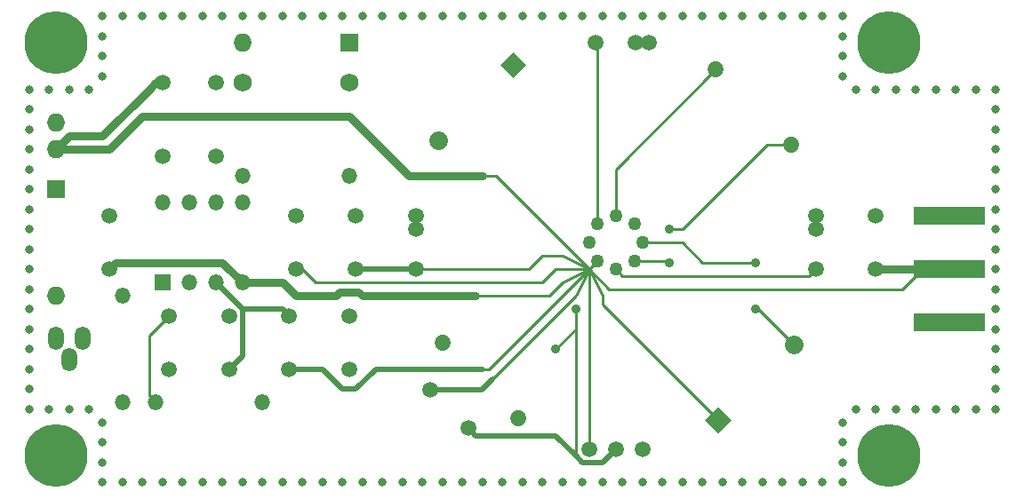
<source format=gbr>
G04 (created by PCBNEW (22-Jun-2014 BZR 4027)-stable) date Wed 13 Dec 2017 11:48:00 PM CST*
%MOIN*%
G04 Gerber Fmt 3.4, Leading zero omitted, Abs format*
%FSLAX34Y34*%
G01*
G70*
G90*
G04 APERTURE LIST*
%ADD10C,0.00590551*%
%ADD11O,0.059X0.0885*%
%ADD12O,0.059X0.059*%
%ADD13C,0.059*%
%ADD14R,0.069X0.069*%
%ADD15O,0.069X0.069*%
%ADD16C,0.069*%
%ADD17C,0.059*%
%ADD18C,0.05*%
%ADD19R,0.059X0.059*%
%ADD20R,0.269X0.069*%
%ADD21C,0.23622*%
%ADD22O,0.032X0.032*%
%ADD23C,0.069*%
%ADD24C,0.035*%
%ADD25C,0.01*%
%ADD26C,0.02*%
%ADD27C,0.03*%
G04 APERTURE END LIST*
G54D10*
G54D11*
X81500Y-55602D03*
X81000Y-56397D03*
X80500Y-55602D03*
G54D12*
X83000Y-54000D03*
X83000Y-58000D03*
X88250Y-58000D03*
X84250Y-58000D03*
G54D13*
X95000Y-55750D02*
X95000Y-55750D01*
X97828Y-58578D02*
X97828Y-58578D01*
X105250Y-45500D02*
X105250Y-45500D01*
X108078Y-48328D02*
X108078Y-48328D01*
G54D12*
X87500Y-49500D03*
X91500Y-49500D03*
G54D14*
X80500Y-50000D03*
G54D15*
X80500Y-54000D03*
G54D10*
G36*
X105335Y-58176D02*
X105823Y-58664D01*
X105335Y-59152D01*
X104847Y-58664D01*
X105335Y-58176D01*
X105335Y-58176D01*
G37*
G54D16*
X108164Y-55835D02*
X108164Y-55835D01*
G54D10*
G36*
X97664Y-45823D02*
X97176Y-45335D01*
X97664Y-44847D01*
X98152Y-45335D01*
X97664Y-45823D01*
X97664Y-45823D01*
G37*
G54D16*
X94835Y-48164D02*
X94835Y-48164D01*
G54D14*
X91500Y-44500D03*
G54D15*
X87500Y-44500D03*
G54D17*
X87000Y-54750D03*
X87000Y-56750D03*
X91500Y-56750D03*
X91500Y-54750D03*
X82500Y-51000D03*
X82500Y-53000D03*
X111250Y-51000D03*
X111250Y-53000D03*
X84750Y-56750D03*
X84750Y-54750D03*
X84500Y-48750D03*
X86500Y-48750D03*
X95957Y-58957D03*
X94542Y-57542D03*
X89500Y-51000D03*
X89500Y-53000D03*
X91750Y-51000D03*
X91750Y-53000D03*
X89250Y-54750D03*
X89250Y-56750D03*
G54D18*
X101500Y-51000D03*
X102500Y-52000D03*
X102200Y-52700D03*
X102200Y-51300D03*
X101500Y-53000D03*
X100800Y-52700D03*
X100500Y-52000D03*
X100800Y-51300D03*
G54D19*
X84500Y-53500D03*
G54D12*
X85500Y-53500D03*
X86500Y-53500D03*
X87500Y-53500D03*
X87500Y-50500D03*
X86500Y-50500D03*
X84500Y-50500D03*
X85500Y-50500D03*
G54D20*
X114000Y-51000D03*
X114000Y-53000D03*
G54D15*
X80500Y-47500D03*
X80500Y-48500D03*
G54D21*
X80500Y-44500D03*
X111750Y-44500D03*
X111750Y-60000D03*
X80500Y-60000D03*
G54D22*
X100250Y-43500D03*
X101750Y-61000D03*
X79500Y-50000D03*
X80250Y-46250D03*
X81000Y-46250D03*
X79500Y-46250D03*
X82250Y-43500D03*
X82250Y-44250D03*
X82250Y-45000D03*
X81750Y-46250D03*
X82250Y-45750D03*
X110000Y-43500D03*
X110000Y-44250D03*
X110000Y-45000D03*
X110000Y-45750D03*
X111250Y-46250D03*
X110500Y-46250D03*
X115750Y-46250D03*
X115000Y-46250D03*
X114250Y-46250D03*
X113500Y-46250D03*
X112750Y-46250D03*
X112000Y-46250D03*
X115750Y-58250D03*
X115000Y-58250D03*
X114250Y-58250D03*
X113500Y-58250D03*
X112750Y-58250D03*
X112000Y-58250D03*
X111250Y-58250D03*
X110000Y-61000D03*
X110000Y-60250D03*
X110000Y-59500D03*
X110000Y-58750D03*
X110500Y-58250D03*
X79500Y-58250D03*
X80250Y-58250D03*
X81000Y-58250D03*
X81750Y-58250D03*
X82250Y-61000D03*
X82250Y-60250D03*
X82250Y-59500D03*
X82250Y-58750D03*
X79500Y-57500D03*
X79500Y-56750D03*
X79500Y-56000D03*
X79500Y-55250D03*
X79500Y-54500D03*
X79500Y-53750D03*
X79500Y-47000D03*
X79500Y-47750D03*
X79500Y-48500D03*
X79500Y-49250D03*
X79500Y-50750D03*
X79500Y-51500D03*
X79500Y-53000D03*
X79500Y-52250D03*
X115750Y-47000D03*
X115750Y-47750D03*
X115750Y-48500D03*
X115750Y-49250D03*
X115750Y-50000D03*
X115750Y-50750D03*
X115750Y-51500D03*
X115750Y-52250D03*
X115750Y-53000D03*
X115750Y-53750D03*
X115750Y-54500D03*
X115750Y-55250D03*
X115750Y-56000D03*
X115750Y-56750D03*
X115750Y-57500D03*
X109250Y-43500D03*
X108500Y-43500D03*
X107750Y-43500D03*
X107000Y-43500D03*
X106250Y-43500D03*
X105500Y-43500D03*
X104750Y-43500D03*
X104000Y-43500D03*
X103250Y-43500D03*
X102500Y-43500D03*
X101750Y-43500D03*
X101000Y-43500D03*
X99500Y-43500D03*
X98750Y-43500D03*
X98000Y-43500D03*
X97250Y-43500D03*
X96500Y-43500D03*
X95750Y-43500D03*
X95000Y-43500D03*
X94250Y-43500D03*
X93500Y-43500D03*
X92750Y-43500D03*
X92000Y-43500D03*
X91250Y-43500D03*
X90500Y-43500D03*
X89750Y-43500D03*
X89000Y-43500D03*
X88250Y-43500D03*
X87500Y-43500D03*
X86750Y-43500D03*
X86000Y-43500D03*
X85250Y-43500D03*
X84500Y-43500D03*
X83750Y-43500D03*
X83000Y-43500D03*
X83750Y-61000D03*
X83000Y-61000D03*
X84500Y-61000D03*
X85250Y-61000D03*
X86000Y-61000D03*
X86750Y-61000D03*
X87500Y-61000D03*
X88250Y-61000D03*
X89000Y-61000D03*
X89750Y-61000D03*
X90500Y-61000D03*
X91250Y-61000D03*
X92000Y-61000D03*
X92750Y-61000D03*
X93500Y-61000D03*
X94250Y-61000D03*
X95000Y-61000D03*
X95750Y-61000D03*
X96500Y-61000D03*
X97250Y-61000D03*
X98000Y-61000D03*
X98750Y-61000D03*
X99500Y-61000D03*
X100250Y-61000D03*
X101000Y-61000D03*
X102500Y-61000D03*
X103250Y-61000D03*
X104000Y-61000D03*
X104750Y-61000D03*
X105500Y-61000D03*
X106250Y-61000D03*
X107000Y-61000D03*
X107750Y-61000D03*
X108500Y-61000D03*
G54D20*
X114000Y-55000D03*
G54D22*
X109250Y-61000D03*
G54D23*
X87500Y-46000D03*
X91500Y-46000D03*
G54D17*
X86500Y-46000D03*
X84500Y-46000D03*
X102500Y-59750D03*
X100500Y-59750D03*
X101500Y-59750D03*
X102750Y-44500D03*
X100750Y-44500D03*
X102250Y-44500D03*
X109000Y-51000D03*
X109000Y-53000D03*
X109000Y-51500D03*
X94000Y-51000D03*
X94000Y-53000D03*
X94000Y-51500D03*
G54D24*
X103500Y-51500D03*
X103500Y-52750D03*
X99250Y-56000D03*
X100000Y-54500D03*
X106750Y-52750D03*
X106750Y-54500D03*
G54D25*
X108078Y-48328D02*
X107171Y-48328D01*
X104000Y-51500D02*
X103500Y-51500D01*
X107171Y-48328D02*
X104000Y-51500D01*
X103450Y-52700D02*
X102200Y-52700D01*
X103500Y-52750D02*
X103450Y-52700D01*
G54D26*
X95957Y-58957D02*
X96250Y-59250D01*
X96250Y-59250D02*
X99250Y-59250D01*
X99250Y-59250D02*
X100000Y-60000D01*
G54D25*
X100000Y-55250D02*
X99250Y-56000D01*
X100000Y-54500D02*
X100000Y-55250D01*
G54D26*
X100250Y-60250D02*
X100000Y-60000D01*
G54D25*
X100000Y-55250D02*
X100000Y-60000D01*
G54D26*
X101000Y-60250D02*
X100250Y-60250D01*
X101500Y-59750D02*
X101000Y-60250D01*
G54D25*
X106750Y-52750D02*
X104750Y-52750D01*
X106750Y-54500D02*
X106828Y-54500D01*
X106828Y-54500D02*
X108164Y-55835D01*
X104000Y-52000D02*
X104750Y-52750D01*
X104000Y-52000D02*
X102500Y-52000D01*
X84250Y-58000D02*
X84000Y-57750D01*
X84000Y-55500D02*
X84750Y-54750D01*
X84000Y-57750D02*
X84000Y-55500D01*
X101500Y-51000D02*
X101500Y-49250D01*
X101500Y-49250D02*
X105250Y-45500D01*
X108750Y-53250D02*
X109000Y-53000D01*
X106750Y-53250D02*
X108750Y-53250D01*
X101750Y-53250D02*
X101500Y-53000D01*
X106750Y-53250D02*
X101750Y-53250D01*
G54D26*
X87500Y-54500D02*
X89000Y-54500D01*
X89000Y-54500D02*
X89250Y-54750D01*
X86500Y-53500D02*
X87500Y-54500D01*
X87500Y-56250D02*
X87000Y-56750D01*
X87500Y-54500D02*
X87500Y-56250D01*
G54D25*
X100800Y-51300D02*
X100800Y-44550D01*
X100800Y-44550D02*
X100750Y-44500D01*
G54D27*
X111250Y-53000D02*
X113000Y-53000D01*
G54D25*
X111250Y-53750D02*
X112250Y-53750D01*
X101250Y-53750D02*
X106750Y-53750D01*
X100500Y-53000D02*
X101250Y-53750D01*
X106750Y-53750D02*
X111250Y-53750D01*
X112250Y-53750D02*
X113000Y-53000D01*
G54D27*
X84000Y-46250D02*
X84250Y-46000D01*
X81000Y-48000D02*
X82250Y-48000D01*
X82250Y-48000D02*
X84000Y-46250D01*
X80500Y-48500D02*
X81000Y-48000D01*
X84250Y-46000D02*
X84500Y-46000D01*
G54D25*
X94000Y-53000D02*
X98250Y-53000D01*
X98250Y-53000D02*
X98750Y-52500D01*
X95250Y-53500D02*
X98750Y-53500D01*
X98750Y-53500D02*
X99250Y-53000D01*
G54D27*
X91000Y-54000D02*
X91150Y-53850D01*
X91850Y-53850D02*
X92000Y-54000D01*
X91750Y-53850D02*
X91850Y-53850D01*
X91150Y-53850D02*
X91750Y-53850D01*
G54D25*
X90250Y-53500D02*
X95250Y-53500D01*
G54D26*
X89250Y-56750D02*
X90500Y-56750D01*
X91750Y-57500D02*
X92500Y-56750D01*
X91250Y-57500D02*
X91750Y-57500D01*
X90500Y-56750D02*
X91250Y-57500D01*
G54D27*
X87500Y-53500D02*
X89000Y-53500D01*
X89000Y-53500D02*
X89500Y-54000D01*
X89750Y-54000D02*
X91000Y-54000D01*
X92000Y-54000D02*
X96250Y-54000D01*
G54D25*
X96250Y-54000D02*
X96750Y-54000D01*
X96750Y-54000D02*
X99000Y-54000D01*
X97000Y-57000D02*
X96875Y-57125D01*
G54D26*
X96875Y-57125D02*
X96457Y-57542D01*
G54D25*
X100500Y-53000D02*
X100000Y-54000D01*
X100000Y-54000D02*
X97000Y-57000D01*
G54D26*
X96457Y-57542D02*
X94542Y-57542D01*
G54D25*
X100500Y-53000D02*
X99500Y-53000D01*
X99250Y-53000D02*
X99500Y-53000D01*
X89750Y-53000D02*
X90250Y-53500D01*
X89750Y-53000D02*
X89500Y-53000D01*
X98750Y-52500D02*
X99500Y-52500D01*
X100500Y-53000D02*
X99500Y-52500D01*
X99500Y-52000D02*
X97000Y-49500D01*
X97000Y-49500D02*
X96500Y-49500D01*
X99500Y-52000D02*
X100500Y-53000D01*
G54D27*
X96500Y-49500D02*
X94500Y-49500D01*
X91500Y-47250D02*
X93750Y-49500D01*
X88000Y-47250D02*
X83750Y-47250D01*
X82500Y-48500D02*
X83750Y-47250D01*
X80500Y-48500D02*
X82000Y-48500D01*
X82000Y-48500D02*
X82500Y-48500D01*
X91500Y-47250D02*
X88000Y-47250D01*
X93750Y-49500D02*
X94500Y-49500D01*
G54D26*
X91750Y-53000D02*
X94000Y-53000D01*
G54D25*
X99500Y-53500D02*
X100500Y-53000D01*
X99000Y-54000D02*
X99500Y-53500D01*
G54D27*
X89500Y-54000D02*
X89750Y-54000D01*
X82500Y-53000D02*
X82750Y-52750D01*
X86750Y-52750D02*
X87500Y-53500D01*
X82750Y-52750D02*
X86750Y-52750D01*
G54D25*
X99500Y-54000D02*
X96750Y-56750D01*
X100500Y-53000D02*
X99500Y-54000D01*
X96750Y-56750D02*
X96500Y-56750D01*
G54D26*
X96500Y-56750D02*
X92500Y-56750D01*
G54D25*
X100500Y-59750D02*
X100500Y-54000D01*
X100500Y-54000D02*
X100500Y-53000D01*
X105335Y-58664D02*
X101000Y-54328D01*
X101000Y-54328D02*
X101000Y-54000D01*
X101000Y-54000D02*
X100500Y-53000D01*
X100500Y-53000D02*
X100800Y-52700D01*
M02*

</source>
